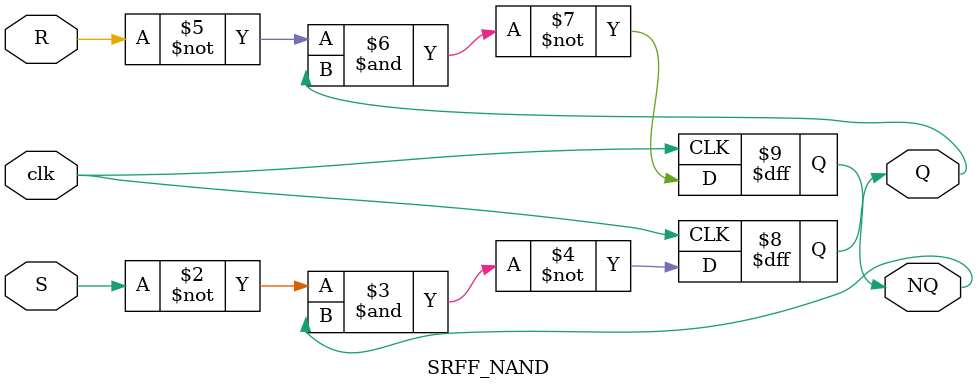
<source format=v>
`timescale 1ns / 1ps

module SRFF_NAND (
    input S, R, clk,
    output reg Q, NQ
);

always@ (posedge clk) begin
    Q <= ~(~S & NQ);
    NQ <= ~(~R & Q);
end

endmodule

</source>
